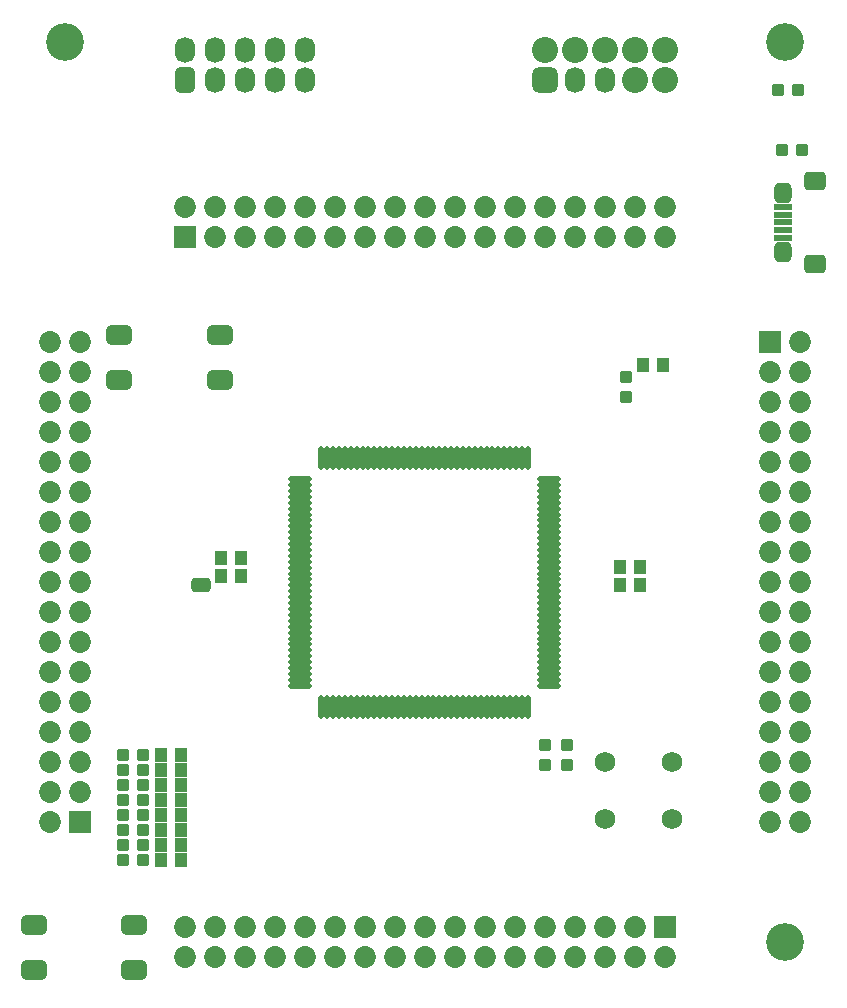
<source format=gts>
G04*
G04 #@! TF.GenerationSoftware,Altium Limited,Altium Designer,20.0.11 (256)*
G04*
G04 Layer_Color=8388736*
%FSLAX25Y25*%
%MOIN*%
G70*
G01*
G75*
%ADD24R,0.06115X0.02375*%
%ADD25O,0.01981X0.07887*%
%ADD26O,0.07887X0.01981*%
%ADD27R,0.04343X0.04737*%
G04:AMPARAMS|DCode=28|XSize=39.5mil|YSize=39.5mil|CornerRadius=7.94mil|HoleSize=0mil|Usage=FLASHONLY|Rotation=270.000|XOffset=0mil|YOffset=0mil|HoleType=Round|Shape=RoundedRectangle|*
%AMROUNDEDRECTD28*
21,1,0.03950,0.02362,0,0,270.0*
21,1,0.02362,0.03950,0,0,270.0*
1,1,0.01587,-0.01181,-0.01181*
1,1,0.01587,-0.01181,0.01181*
1,1,0.01587,0.01181,0.01181*
1,1,0.01587,0.01181,-0.01181*
%
%ADD28ROUNDEDRECTD28*%
G04:AMPARAMS|DCode=29|XSize=39.5mil|YSize=39.5mil|CornerRadius=7.94mil|HoleSize=0mil|Usage=FLASHONLY|Rotation=180.000|XOffset=0mil|YOffset=0mil|HoleType=Round|Shape=RoundedRectangle|*
%AMROUNDEDRECTD29*
21,1,0.03950,0.02362,0,0,180.0*
21,1,0.02362,0.03950,0,0,180.0*
1,1,0.01587,-0.01181,0.01181*
1,1,0.01587,0.01181,0.01181*
1,1,0.01587,0.01181,-0.01181*
1,1,0.01587,-0.01181,-0.01181*
%
%ADD29ROUNDEDRECTD29*%
G04:AMPARAMS|DCode=30|XSize=86.74mil|YSize=67.06mil|CornerRadius=18.76mil|HoleSize=0mil|Usage=FLASHONLY|Rotation=0.000|XOffset=0mil|YOffset=0mil|HoleType=Round|Shape=RoundedRectangle|*
%AMROUNDEDRECTD30*
21,1,0.08674,0.02953,0,0,0.0*
21,1,0.04921,0.06706,0,0,0.0*
1,1,0.03753,0.02461,-0.01476*
1,1,0.03753,-0.02461,-0.01476*
1,1,0.03753,-0.02461,0.01476*
1,1,0.03753,0.02461,0.01476*
%
%ADD30ROUNDEDRECTD30*%
G04:AMPARAMS|DCode=31|XSize=47.37mil|YSize=67.06mil|CornerRadius=13.84mil|HoleSize=0mil|Usage=FLASHONLY|Rotation=90.000|XOffset=0mil|YOffset=0mil|HoleType=Round|Shape=RoundedRectangle|*
%AMROUNDEDRECTD31*
21,1,0.04737,0.03937,0,0,90.0*
21,1,0.01968,0.06706,0,0,90.0*
1,1,0.02769,0.01968,0.00984*
1,1,0.02769,0.01968,-0.00984*
1,1,0.02769,-0.01968,-0.00984*
1,1,0.02769,-0.01968,0.00984*
%
%ADD31ROUNDEDRECTD31*%
G04:AMPARAMS|DCode=32|XSize=74.93mil|YSize=63.12mil|CornerRadius=17.78mil|HoleSize=0mil|Usage=FLASHONLY|Rotation=180.000|XOffset=0mil|YOffset=0mil|HoleType=Round|Shape=RoundedRectangle|*
%AMROUNDEDRECTD32*
21,1,0.07493,0.02756,0,0,180.0*
21,1,0.03937,0.06312,0,0,180.0*
1,1,0.03556,-0.01968,0.01378*
1,1,0.03556,0.01968,0.01378*
1,1,0.03556,0.01968,-0.01378*
1,1,0.03556,-0.01968,-0.01378*
%
%ADD32ROUNDEDRECTD32*%
G04:AMPARAMS|DCode=33|XSize=68mil|YSize=57.21mil|CornerRadius=16.3mil|HoleSize=0mil|Usage=FLASHONLY|Rotation=90.000|XOffset=0mil|YOffset=0mil|HoleType=Round|Shape=RoundedRectangle|*
%AMROUNDEDRECTD33*
21,1,0.06800,0.02461,0,0,90.0*
21,1,0.03539,0.05721,0,0,90.0*
1,1,0.03261,0.01230,0.01770*
1,1,0.03261,0.01230,-0.01770*
1,1,0.03261,-0.01230,-0.01770*
1,1,0.03261,-0.01230,0.01770*
%
%ADD33ROUNDEDRECTD33*%
%ADD34C,0.07296*%
%ADD35R,0.07296X0.07296*%
%ADD36O,0.06706X0.08674*%
G04:AMPARAMS|DCode=37|XSize=67.06mil|YSize=86.74mil|CornerRadius=18.76mil|HoleSize=0mil|Usage=FLASHONLY|Rotation=0.000|XOffset=0mil|YOffset=0mil|HoleType=Round|Shape=RoundedRectangle|*
%AMROUNDEDRECTD37*
21,1,0.06706,0.04921,0,0,0.0*
21,1,0.02953,0.08674,0,0,0.0*
1,1,0.03753,0.01476,-0.02461*
1,1,0.03753,-0.01476,-0.02461*
1,1,0.03753,-0.01476,0.02461*
1,1,0.03753,0.01476,0.02461*
%
%ADD37ROUNDEDRECTD37*%
%ADD38C,0.08674*%
G04:AMPARAMS|DCode=39|XSize=86.74mil|YSize=86.74mil|CornerRadius=23.68mil|HoleSize=0mil|Usage=FLASHONLY|Rotation=0.000|XOffset=0mil|YOffset=0mil|HoleType=Round|Shape=RoundedRectangle|*
%AMROUNDEDRECTD39*
21,1,0.08674,0.03937,0,0,0.0*
21,1,0.03937,0.08674,0,0,0.0*
1,1,0.04737,0.01968,-0.01968*
1,1,0.04737,-0.01968,-0.01968*
1,1,0.04737,-0.01968,0.01968*
1,1,0.04737,0.01968,0.01968*
%
%ADD39ROUNDEDRECTD39*%
%ADD40R,0.07296X0.07296*%
%ADD41C,0.06800*%
%ADD42C,0.12611*%
D24*
X255354Y256772D02*
D03*
Y259331D02*
D03*
Y261890D02*
D03*
Y254213D02*
D03*
Y251654D02*
D03*
D25*
X101535Y178307D02*
D03*
X103504D02*
D03*
X105472D02*
D03*
X107441D02*
D03*
X109409D02*
D03*
X111378D02*
D03*
X113347D02*
D03*
X115315D02*
D03*
X117283D02*
D03*
X119252D02*
D03*
X121221D02*
D03*
X123189D02*
D03*
X125157D02*
D03*
X127126D02*
D03*
X129095D02*
D03*
X131063D02*
D03*
X133031D02*
D03*
X135000D02*
D03*
X136969D02*
D03*
X138937D02*
D03*
X140905D02*
D03*
X142874D02*
D03*
X144843D02*
D03*
X146811D02*
D03*
X148779D02*
D03*
X150748D02*
D03*
X152717D02*
D03*
X154685D02*
D03*
X156653D02*
D03*
X158622D02*
D03*
X160591D02*
D03*
X162559D02*
D03*
X164528D02*
D03*
X166496D02*
D03*
X168465D02*
D03*
X170433D02*
D03*
Y95236D02*
D03*
X168465D02*
D03*
X166496D02*
D03*
X164528D02*
D03*
X162559D02*
D03*
X160591D02*
D03*
X158622D02*
D03*
X156653D02*
D03*
X154685D02*
D03*
X152717D02*
D03*
X150748D02*
D03*
X148779D02*
D03*
X146811D02*
D03*
X144843D02*
D03*
X142874D02*
D03*
X140905D02*
D03*
X138937D02*
D03*
X136969D02*
D03*
X135000D02*
D03*
X133031D02*
D03*
X131063D02*
D03*
X129095D02*
D03*
X127126D02*
D03*
X125157D02*
D03*
X123189D02*
D03*
X121221D02*
D03*
X119252D02*
D03*
X117283D02*
D03*
X115315D02*
D03*
X113347D02*
D03*
X111378D02*
D03*
X109409D02*
D03*
X107441D02*
D03*
X105472D02*
D03*
X103504D02*
D03*
X101535D02*
D03*
D26*
X177520Y171221D02*
D03*
Y169252D02*
D03*
Y167283D02*
D03*
Y165315D02*
D03*
Y163347D02*
D03*
Y161378D02*
D03*
Y159409D02*
D03*
Y157441D02*
D03*
Y155472D02*
D03*
Y153504D02*
D03*
Y151535D02*
D03*
Y149567D02*
D03*
Y147598D02*
D03*
Y145630D02*
D03*
Y143661D02*
D03*
Y141693D02*
D03*
Y139724D02*
D03*
Y137756D02*
D03*
Y135787D02*
D03*
Y133819D02*
D03*
Y131850D02*
D03*
Y129882D02*
D03*
Y127913D02*
D03*
Y125945D02*
D03*
Y123976D02*
D03*
Y122008D02*
D03*
Y120039D02*
D03*
Y118071D02*
D03*
Y116102D02*
D03*
Y114134D02*
D03*
Y112165D02*
D03*
Y110197D02*
D03*
Y108228D02*
D03*
Y106260D02*
D03*
Y104291D02*
D03*
Y102323D02*
D03*
X94449D02*
D03*
Y104291D02*
D03*
Y106260D02*
D03*
Y108228D02*
D03*
Y110197D02*
D03*
Y112165D02*
D03*
Y114134D02*
D03*
Y116102D02*
D03*
Y118071D02*
D03*
Y120039D02*
D03*
Y122008D02*
D03*
Y123976D02*
D03*
Y125945D02*
D03*
Y127913D02*
D03*
Y129882D02*
D03*
Y131850D02*
D03*
Y133819D02*
D03*
Y135787D02*
D03*
Y137756D02*
D03*
Y139724D02*
D03*
Y141693D02*
D03*
Y143661D02*
D03*
Y145630D02*
D03*
Y147598D02*
D03*
Y149567D02*
D03*
Y151535D02*
D03*
Y153504D02*
D03*
Y155472D02*
D03*
Y157441D02*
D03*
Y159409D02*
D03*
Y161378D02*
D03*
Y163347D02*
D03*
Y165315D02*
D03*
Y167283D02*
D03*
Y169252D02*
D03*
Y171221D02*
D03*
D27*
X207831Y135772D02*
D03*
X201138D02*
D03*
X207831Y141772D02*
D03*
X201138D02*
D03*
X208638Y209272D02*
D03*
X215331D02*
D03*
X68138Y138772D02*
D03*
X74831D02*
D03*
X68138Y144772D02*
D03*
X74831D02*
D03*
X48051Y44272D02*
D03*
X54744D02*
D03*
X48051Y49272D02*
D03*
X54744D02*
D03*
X48051Y54272D02*
D03*
X54744D02*
D03*
X48051Y59272D02*
D03*
X54744D02*
D03*
X48051Y64272D02*
D03*
X54744D02*
D03*
X48051Y69272D02*
D03*
X54744D02*
D03*
X48051Y74272D02*
D03*
X54744D02*
D03*
X48051Y79272D02*
D03*
X54744D02*
D03*
D28*
X202984Y198425D02*
D03*
Y205118D02*
D03*
X183484Y82618D02*
D03*
Y75925D02*
D03*
X175984Y82618D02*
D03*
Y75925D02*
D03*
D29*
X255138Y280772D02*
D03*
X261831D02*
D03*
X253638Y300772D02*
D03*
X260331D02*
D03*
X35551Y44272D02*
D03*
X42244D02*
D03*
X35551Y49272D02*
D03*
X42244D02*
D03*
X35551Y54272D02*
D03*
X42244D02*
D03*
X35551Y59272D02*
D03*
X42244D02*
D03*
X35551Y64272D02*
D03*
X42244D02*
D03*
X35551Y69272D02*
D03*
X42244D02*
D03*
X35551Y74272D02*
D03*
X42244D02*
D03*
X35551Y79272D02*
D03*
X42244D02*
D03*
D30*
X34252Y219272D02*
D03*
X67716D02*
D03*
X34252Y204272D02*
D03*
X67716D02*
D03*
X5768Y7500D02*
D03*
X39232D02*
D03*
X5768Y22500D02*
D03*
X39232D02*
D03*
D31*
X61484Y135772D02*
D03*
D32*
X266083Y270551D02*
D03*
Y242992D02*
D03*
D33*
X255354Y266614D02*
D03*
Y246929D02*
D03*
D34*
X250984Y96772D02*
D03*
X260984D02*
D03*
X250984Y136772D02*
D03*
X260984D02*
D03*
X250984Y126772D02*
D03*
X260984D02*
D03*
X250984Y156772D02*
D03*
X260984D02*
D03*
X250984Y166772D02*
D03*
X260984D02*
D03*
Y216772D02*
D03*
X250984Y206772D02*
D03*
X260984D02*
D03*
X250984Y196772D02*
D03*
X260984D02*
D03*
X250984Y186772D02*
D03*
X260984D02*
D03*
X250984Y176772D02*
D03*
X260984D02*
D03*
X250984Y146772D02*
D03*
X260984D02*
D03*
X250984Y116772D02*
D03*
X260984D02*
D03*
X250984Y106772D02*
D03*
X260984D02*
D03*
X250984Y76772D02*
D03*
X260984D02*
D03*
X250984Y86772D02*
D03*
X260984D02*
D03*
X250984Y56772D02*
D03*
X260984D02*
D03*
X250984Y66772D02*
D03*
X260984D02*
D03*
X205984Y261772D02*
D03*
Y251772D02*
D03*
X215984Y261772D02*
D03*
Y251772D02*
D03*
X185984Y261772D02*
D03*
Y251772D02*
D03*
X195984Y261772D02*
D03*
Y251772D02*
D03*
X165984Y261772D02*
D03*
Y251772D02*
D03*
X155984Y261772D02*
D03*
Y251772D02*
D03*
X125984Y261772D02*
D03*
Y251772D02*
D03*
X95984Y261772D02*
D03*
Y251772D02*
D03*
X85984Y261772D02*
D03*
Y251772D02*
D03*
X75984Y261772D02*
D03*
Y251772D02*
D03*
X65984Y261772D02*
D03*
Y251772D02*
D03*
X55984Y261772D02*
D03*
X105984D02*
D03*
Y251772D02*
D03*
X115984Y261772D02*
D03*
Y251772D02*
D03*
X145984Y261772D02*
D03*
Y251772D02*
D03*
X135984Y261772D02*
D03*
Y251772D02*
D03*
X175984Y261772D02*
D03*
Y251772D02*
D03*
X20984Y176772D02*
D03*
X10984D02*
D03*
X20984Y136772D02*
D03*
X10984D02*
D03*
X20984Y146772D02*
D03*
X10984D02*
D03*
X20984Y116772D02*
D03*
X10984D02*
D03*
X20984Y106772D02*
D03*
X10984D02*
D03*
Y56772D02*
D03*
X20984Y66772D02*
D03*
X10984D02*
D03*
X20984Y76772D02*
D03*
X10984D02*
D03*
X20984Y86772D02*
D03*
X10984D02*
D03*
X20984Y96772D02*
D03*
X10984D02*
D03*
X20984Y126772D02*
D03*
X10984D02*
D03*
X20984Y156772D02*
D03*
X10984D02*
D03*
X20984Y166772D02*
D03*
X10984D02*
D03*
X20984Y196772D02*
D03*
X10984D02*
D03*
X20984Y186772D02*
D03*
X10984D02*
D03*
X20984Y216772D02*
D03*
X10984D02*
D03*
X20984Y206772D02*
D03*
X10984D02*
D03*
X95984Y21772D02*
D03*
Y11772D02*
D03*
X135984Y21772D02*
D03*
Y11772D02*
D03*
X125984Y21772D02*
D03*
Y11772D02*
D03*
X155984Y21772D02*
D03*
Y11772D02*
D03*
X165984Y21772D02*
D03*
Y11772D02*
D03*
X215984D02*
D03*
X205984Y21772D02*
D03*
Y11772D02*
D03*
X195984Y21772D02*
D03*
Y11772D02*
D03*
X185984Y21772D02*
D03*
Y11772D02*
D03*
X175984Y21772D02*
D03*
Y11772D02*
D03*
X145984Y21772D02*
D03*
Y11772D02*
D03*
X115984Y21772D02*
D03*
Y11772D02*
D03*
X105984Y21772D02*
D03*
Y11772D02*
D03*
X75984Y21772D02*
D03*
Y11772D02*
D03*
X85984Y21772D02*
D03*
Y11772D02*
D03*
X55984Y21772D02*
D03*
Y11772D02*
D03*
X65984Y21772D02*
D03*
Y11772D02*
D03*
D35*
X250984Y216772D02*
D03*
X20984Y56772D02*
D03*
D36*
X55984Y314272D02*
D03*
X65984D02*
D03*
Y304272D02*
D03*
X75984Y314272D02*
D03*
Y304272D02*
D03*
X85984Y314272D02*
D03*
Y304272D02*
D03*
X95984Y314272D02*
D03*
Y304272D02*
D03*
X185984D02*
D03*
X195984D02*
D03*
D37*
X55984D02*
D03*
D38*
X175984Y314272D02*
D03*
X185984D02*
D03*
X195984D02*
D03*
X205984D02*
D03*
Y304272D02*
D03*
X215984Y314272D02*
D03*
Y304272D02*
D03*
D39*
X175984D02*
D03*
D40*
X55984Y251772D02*
D03*
X215984Y21772D02*
D03*
D41*
X218484Y76772D02*
D03*
Y57772D02*
D03*
X195984Y76772D02*
D03*
Y57772D02*
D03*
D42*
X255984Y16772D02*
D03*
Y316772D02*
D03*
X15984D02*
D03*
M02*

</source>
